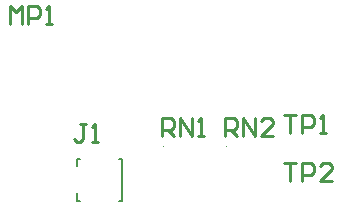
<source format=gbr>
%TF.GenerationSoftware,Altium Limited,Altium Designer,23.5.1 (21)*%
G04 Layer_Color=65535*
%FSLAX45Y45*%
%MOMM*%
%TF.SameCoordinates,4F0F0AB4-5C0D-4210-9CCF-4C3744BDD4F0*%
%TF.FilePolarity,Positive*%
%TF.FileFunction,Legend,Top*%
%TF.Part,Single*%
G01*
G75*
%TA.AperFunction,NonConductor*%
%ADD19C,0.10000*%
%ADD20C,0.20000*%
%ADD21C,0.25400*%
D19*
X16474600Y3429600D02*
G03*
X16474600Y3429600I-5000J0D01*
G01*
X15941200D02*
G03*
X15941200Y3429600I-5000J0D01*
G01*
D20*
X15209500Y3325300D02*
X15234900D01*
X15565100Y2969700D02*
X15590500D01*
X15209500D02*
Y3033200D01*
Y3261800D02*
Y3325300D01*
X15565100D02*
X15590500D01*
Y3045900D02*
Y3325300D01*
Y2969700D02*
Y3045900D01*
X15209500Y2969700D02*
X15234900D01*
D21*
X14635480Y4465320D02*
Y4617671D01*
X14686263Y4566887D01*
X14737047Y4617671D01*
Y4465320D01*
X14787831D02*
Y4617671D01*
X14864006D01*
X14889398Y4592279D01*
Y4541495D01*
X14864006Y4516103D01*
X14787831D01*
X14940181Y4465320D02*
X14990965D01*
X14965573D01*
Y4617671D01*
X14940181Y4592279D01*
X15285687Y3619451D02*
X15234903D01*
X15260295D01*
Y3492492D01*
X15234903Y3467100D01*
X15209512D01*
X15184120Y3492492D01*
X15336472Y3467100D02*
X15387254D01*
X15361864D01*
Y3619451D01*
X15336472Y3594059D01*
X16959579Y3695651D02*
X17061147D01*
X17010362D01*
Y3543300D01*
X17111931D02*
Y3695651D01*
X17188106D01*
X17213498Y3670259D01*
Y3619475D01*
X17188106Y3594083D01*
X17111931D01*
X17264281Y3543300D02*
X17315065D01*
X17289673D01*
Y3695651D01*
X17264281Y3670259D01*
X16959579Y3294331D02*
X17061147D01*
X17010362D01*
Y3141980D01*
X17111931D02*
Y3294331D01*
X17188106D01*
X17213498Y3268939D01*
Y3218155D01*
X17188106Y3192763D01*
X17111931D01*
X17365849Y3141980D02*
X17264281D01*
X17365849Y3243547D01*
Y3268939D01*
X17340457Y3294331D01*
X17289673D01*
X17264281Y3268939D01*
X16456660Y3522980D02*
Y3675331D01*
X16532835D01*
X16558228Y3649939D01*
Y3599155D01*
X16532835Y3573763D01*
X16456660D01*
X16507443D02*
X16558228Y3522980D01*
X16609010D02*
Y3675331D01*
X16710577Y3522980D01*
Y3675331D01*
X16862929Y3522980D02*
X16761362D01*
X16862929Y3624547D01*
Y3649939D01*
X16837537Y3675331D01*
X16786752D01*
X16761362Y3649939D01*
X15923260Y3522980D02*
Y3675331D01*
X15999435D01*
X16024828Y3649939D01*
Y3599155D01*
X15999435Y3573763D01*
X15923260D01*
X15974043D02*
X16024828Y3522980D01*
X16075610D02*
Y3675331D01*
X16177177Y3522980D01*
Y3675331D01*
X16227962Y3522980D02*
X16278745D01*
X16253352D01*
Y3675331D01*
X16227962Y3649939D01*
%TF.MD5,581c7534cf030c25351f74536bf14f77*%
M02*

</source>
